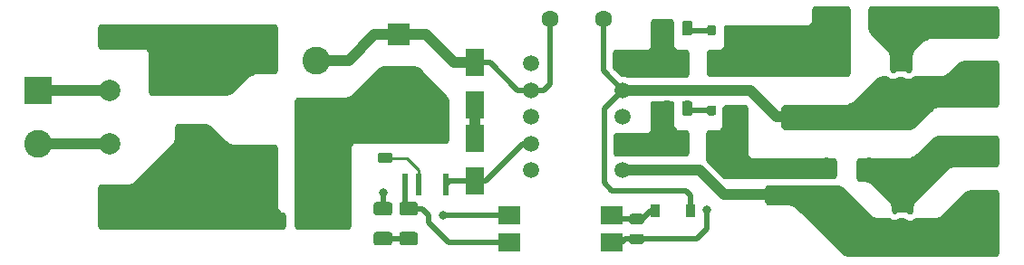
<source format=gbr>
%TF.GenerationSoftware,KiCad,Pcbnew,(5.1.6)-1*%
%TF.CreationDate,2021-01-14T17:27:39+01:00*%
%TF.ProjectId,pi_dual_output_pro_1,70695f64-7561-46c5-9f6f-75747075745f,rev?*%
%TF.SameCoordinates,Original*%
%TF.FileFunction,Copper,L1,Top*%
%TF.FilePolarity,Positive*%
%FSLAX46Y46*%
G04 Gerber Fmt 4.6, Leading zero omitted, Abs format (unit mm)*
G04 Created by KiCad (PCBNEW (5.1.6)-1) date 2021-01-14 17:27:39*
%MOMM*%
%LPD*%
G01*
G04 APERTURE LIST*
%TA.AperFunction,SMDPad,CuDef*%
%ADD10R,2.000000X1.780000*%
%TD*%
%TA.AperFunction,ComponentPad*%
%ADD11R,2.000000X2.000000*%
%TD*%
%TA.AperFunction,ComponentPad*%
%ADD12C,2.000000*%
%TD*%
%TA.AperFunction,ComponentPad*%
%ADD13C,1.500000*%
%TD*%
%TA.AperFunction,SMDPad,CuDef*%
%ADD14R,2.500000X2.300000*%
%TD*%
%TA.AperFunction,ComponentPad*%
%ADD15C,2.600000*%
%TD*%
%TA.AperFunction,ComponentPad*%
%ADD16R,2.600000X2.600000*%
%TD*%
%TA.AperFunction,SMDPad,CuDef*%
%ADD17R,0.900000X1.200000*%
%TD*%
%TA.AperFunction,SMDPad,CuDef*%
%ADD18R,1.800000X2.500000*%
%TD*%
%TA.AperFunction,ComponentPad*%
%ADD19C,1.600000*%
%TD*%
%TA.AperFunction,SMDPad,CuDef*%
%ADD20R,0.600000X2.000000*%
%TD*%
%TA.AperFunction,ComponentPad*%
%ADD21R,1.600000X1.600000*%
%TD*%
%TA.AperFunction,ViaPad*%
%ADD22C,0.800000*%
%TD*%
%TA.AperFunction,Conductor*%
%ADD23C,0.250000*%
%TD*%
%TA.AperFunction,Conductor*%
%ADD24C,0.500000*%
%TD*%
%TA.AperFunction,Conductor*%
%ADD25C,1.000000*%
%TD*%
%TA.AperFunction,Conductor*%
%ADD26C,0.254000*%
%TD*%
G04 APERTURE END LIST*
%TO.P,R6,2*%
%TO.N,Net-(C5-Pad2)*%
%TA.AperFunction,SMDPad,CuDef*%
G36*
G01*
X168150000Y-139556250D02*
X168150000Y-138643750D01*
G75*
G02*
X168393750Y-138400000I243750J0D01*
G01*
X168881250Y-138400000D01*
G75*
G02*
X169125000Y-138643750I0J-243750D01*
G01*
X169125000Y-139556250D01*
G75*
G02*
X168881250Y-139800000I-243750J0D01*
G01*
X168393750Y-139800000D01*
G75*
G02*
X168150000Y-139556250I0J243750D01*
G01*
G37*
%TD.AperFunction*%
%TO.P,R6,1*%
%TO.N,Net-(D5-Pad2)*%
%TA.AperFunction,SMDPad,CuDef*%
G36*
G01*
X166275000Y-139556250D02*
X166275000Y-138643750D01*
G75*
G02*
X166518750Y-138400000I243750J0D01*
G01*
X167006250Y-138400000D01*
G75*
G02*
X167250000Y-138643750I0J-243750D01*
G01*
X167250000Y-139556250D01*
G75*
G02*
X167006250Y-139800000I-243750J0D01*
G01*
X166518750Y-139800000D01*
G75*
G02*
X166275000Y-139556250I0J243750D01*
G01*
G37*
%TD.AperFunction*%
%TD*%
D10*
%TO.P,U2,4*%
%TO.N,/EN_UV_pin*%
X152035000Y-151670000D03*
%TO.P,U2,2*%
%TO.N,Net-(D3-Pad1)*%
X161565000Y-149130000D03*
%TO.P,U2,3*%
%TO.N,Net-(C2-Pad2)*%
X152035000Y-149130000D03*
%TO.P,U2,1*%
%TO.N,Net-(C6-Pad1)*%
X161565000Y-151670000D03*
%TD*%
D11*
%TO.P,DB1,1*%
%TO.N,/hv_dc_+*%
X114700000Y-132400000D03*
D12*
%TO.P,DB1,2*%
%TO.N,Net-(DB1-Pad2)*%
X114700000Y-137400000D03*
%TO.P,DB1,3*%
%TO.N,Net-(DB1-Pad3)*%
X114700000Y-142400000D03*
%TO.P,DB1,4*%
%TO.N,/hv_dc_-*%
X114700000Y-147400000D03*
%TD*%
D13*
%TO.P,T1,10*%
%TO.N,Net-(D4-Pad2)*%
X162600000Y-134900000D03*
%TO.P,T1,9*%
%TO.N,Net-(C10-Pad2)*%
X162600000Y-137400000D03*
%TO.P,T1,8*%
%TO.N,N/C*%
X162600000Y-139900000D03*
%TO.P,T1,7*%
%TO.N,Net-(D5-Pad2)*%
X162600000Y-142400000D03*
%TO.P,T1,6*%
%TO.N,Net-(C7-Pad2)*%
X162600000Y-144900000D03*
%TO.P,T1,5*%
%TO.N,N/C*%
X154000000Y-144900000D03*
%TO.P,T1,4*%
%TO.N,Net-(D2-Pad2)*%
X154000000Y-142400000D03*
%TO.P,T1,3*%
%TO.N,N/C*%
X154000000Y-139900000D03*
%TO.P,T1,2*%
%TO.N,Net-(C2-Pad1)*%
X154000000Y-137400000D03*
%TO.P,T1,1*%
%TO.N,N/C*%
X154000000Y-134900000D03*
%TD*%
D14*
%TO.P,D4,2*%
%TO.N,Net-(D4-Pad2)*%
X167450000Y-134900000D03*
%TO.P,D4,1*%
%TO.N,Net-(C6-Pad1)*%
X171750000Y-134900000D03*
%TD*%
D12*
%TO.P,C8,2*%
%TO.N,Net-(C10-Pad2)*%
X178600000Y-139900000D03*
D11*
%TO.P,C8,1*%
%TO.N,Net-(C6-Pad1)*%
X178600000Y-134900000D03*
%TD*%
D15*
%TO.P,J3,2*%
%TO.N,Net-(C10-Pad1)*%
X196250000Y-131100000D03*
D16*
%TO.P,J3,1*%
%TO.N,Net-(C10-Pad2)*%
X196250000Y-136100000D03*
%TD*%
D15*
%TO.P,J2,2*%
%TO.N,Net-(C9-Pad1)*%
X196250000Y-143100000D03*
D16*
%TO.P,J2,1*%
%TO.N,Net-(C7-Pad2)*%
X196250000Y-148100000D03*
%TD*%
D15*
%TO.P,J1,2*%
%TO.N,Net-(DB1-Pad3)*%
X108000000Y-142400000D03*
D16*
%TO.P,J1,1*%
%TO.N,Net-(DB1-Pad2)*%
X108000000Y-137400000D03*
%TD*%
D17*
%TO.P,D3,2*%
%TO.N,Net-(C10-Pad2)*%
X168950000Y-148700000D03*
%TO.P,D3,1*%
%TO.N,Net-(D3-Pad1)*%
X165650000Y-148700000D03*
%TD*%
D14*
%TO.P,D5,2*%
%TO.N,Net-(D5-Pad2)*%
X167450000Y-142400000D03*
%TO.P,D5,1*%
%TO.N,Net-(C5-Pad1)*%
X171750000Y-142400000D03*
%TD*%
D18*
%TO.P,D2,2*%
%TO.N,Net-(D2-Pad2)*%
X148800000Y-145900000D03*
%TO.P,D2,1*%
%TO.N,Net-(D1-Pad2)*%
X148800000Y-141900000D03*
%TD*%
%TO.P,R4,2*%
%TO.N,Net-(R3-Pad1)*%
%TA.AperFunction,SMDPad,CuDef*%
G36*
G01*
X141975000Y-150675000D02*
X143225000Y-150675000D01*
G75*
G02*
X143475000Y-150925000I0J-250000D01*
G01*
X143475000Y-151675000D01*
G75*
G02*
X143225000Y-151925000I-250000J0D01*
G01*
X141975000Y-151925000D01*
G75*
G02*
X141725000Y-151675000I0J250000D01*
G01*
X141725000Y-150925000D01*
G75*
G02*
X141975000Y-150675000I250000J0D01*
G01*
G37*
%TD.AperFunction*%
%TO.P,R4,1*%
%TO.N,/EN_UV_pin*%
%TA.AperFunction,SMDPad,CuDef*%
G36*
G01*
X141975000Y-147875000D02*
X143225000Y-147875000D01*
G75*
G02*
X143475000Y-148125000I0J-250000D01*
G01*
X143475000Y-148875000D01*
G75*
G02*
X143225000Y-149125000I-250000J0D01*
G01*
X141975000Y-149125000D01*
G75*
G02*
X141725000Y-148875000I0J250000D01*
G01*
X141725000Y-148125000D01*
G75*
G02*
X141975000Y-147875000I250000J0D01*
G01*
G37*
%TD.AperFunction*%
%TD*%
%TO.P,R3,2*%
%TO.N,Net-(C2-Pad1)*%
%TA.AperFunction,SMDPad,CuDef*%
G36*
G01*
X140825000Y-149125000D02*
X139575000Y-149125000D01*
G75*
G02*
X139325000Y-148875000I0J250000D01*
G01*
X139325000Y-148125000D01*
G75*
G02*
X139575000Y-147875000I250000J0D01*
G01*
X140825000Y-147875000D01*
G75*
G02*
X141075000Y-148125000I0J-250000D01*
G01*
X141075000Y-148875000D01*
G75*
G02*
X140825000Y-149125000I-250000J0D01*
G01*
G37*
%TD.AperFunction*%
%TO.P,R3,1*%
%TO.N,Net-(R3-Pad1)*%
%TA.AperFunction,SMDPad,CuDef*%
G36*
G01*
X140825000Y-151925000D02*
X139575000Y-151925000D01*
G75*
G02*
X139325000Y-151675000I0J250000D01*
G01*
X139325000Y-150925000D01*
G75*
G02*
X139575000Y-150675000I250000J0D01*
G01*
X140825000Y-150675000D01*
G75*
G02*
X141075000Y-150925000I0J-250000D01*
G01*
X141075000Y-151675000D01*
G75*
G02*
X140825000Y-151925000I-250000J0D01*
G01*
G37*
%TD.AperFunction*%
%TD*%
%TO.P,R7,2*%
%TO.N,Net-(C6-Pad2)*%
%TA.AperFunction,SMDPad,CuDef*%
G36*
G01*
X168150000Y-132056250D02*
X168150000Y-131143750D01*
G75*
G02*
X168393750Y-130900000I243750J0D01*
G01*
X168881250Y-130900000D01*
G75*
G02*
X169125000Y-131143750I0J-243750D01*
G01*
X169125000Y-132056250D01*
G75*
G02*
X168881250Y-132300000I-243750J0D01*
G01*
X168393750Y-132300000D01*
G75*
G02*
X168150000Y-132056250I0J243750D01*
G01*
G37*
%TD.AperFunction*%
%TO.P,R7,1*%
%TO.N,Net-(D4-Pad2)*%
%TA.AperFunction,SMDPad,CuDef*%
G36*
G01*
X166275000Y-132056250D02*
X166275000Y-131143750D01*
G75*
G02*
X166518750Y-130900000I243750J0D01*
G01*
X167006250Y-130900000D01*
G75*
G02*
X167250000Y-131143750I0J-243750D01*
G01*
X167250000Y-132056250D01*
G75*
G02*
X167006250Y-132300000I-243750J0D01*
G01*
X166518750Y-132300000D01*
G75*
G02*
X166275000Y-132056250I0J243750D01*
G01*
G37*
%TD.AperFunction*%
%TD*%
%TO.P,R5,2*%
%TO.N,Net-(D3-Pad1)*%
%TA.AperFunction,SMDPad,CuDef*%
G36*
G01*
X164356250Y-149950000D02*
X163443750Y-149950000D01*
G75*
G02*
X163200000Y-149706250I0J243750D01*
G01*
X163200000Y-149218750D01*
G75*
G02*
X163443750Y-148975000I243750J0D01*
G01*
X164356250Y-148975000D01*
G75*
G02*
X164600000Y-149218750I0J-243750D01*
G01*
X164600000Y-149706250D01*
G75*
G02*
X164356250Y-149950000I-243750J0D01*
G01*
G37*
%TD.AperFunction*%
%TO.P,R5,1*%
%TO.N,Net-(C6-Pad1)*%
%TA.AperFunction,SMDPad,CuDef*%
G36*
G01*
X164356250Y-151825000D02*
X163443750Y-151825000D01*
G75*
G02*
X163200000Y-151581250I0J243750D01*
G01*
X163200000Y-151093750D01*
G75*
G02*
X163443750Y-150850000I243750J0D01*
G01*
X164356250Y-150850000D01*
G75*
G02*
X164600000Y-151093750I0J-243750D01*
G01*
X164600000Y-151581250D01*
G75*
G02*
X164356250Y-151825000I-243750J0D01*
G01*
G37*
%TD.AperFunction*%
%TD*%
%TO.P,R2,2*%
%TO.N,/hv_dc_-*%
%TA.AperFunction,SMDPad,CuDef*%
G36*
G01*
X131050000Y-149143750D02*
X131050000Y-150056250D01*
G75*
G02*
X130806250Y-150300000I-243750J0D01*
G01*
X130318750Y-150300000D01*
G75*
G02*
X130075000Y-150056250I0J243750D01*
G01*
X130075000Y-149143750D01*
G75*
G02*
X130318750Y-148900000I243750J0D01*
G01*
X130806250Y-148900000D01*
G75*
G02*
X131050000Y-149143750I0J-243750D01*
G01*
G37*
%TD.AperFunction*%
%TO.P,R2,1*%
%TO.N,Net-(C2-Pad2)*%
%TA.AperFunction,SMDPad,CuDef*%
G36*
G01*
X132925000Y-149143750D02*
X132925000Y-150056250D01*
G75*
G02*
X132681250Y-150300000I-243750J0D01*
G01*
X132193750Y-150300000D01*
G75*
G02*
X131950000Y-150056250I0J243750D01*
G01*
X131950000Y-149143750D01*
G75*
G02*
X132193750Y-148900000I243750J0D01*
G01*
X132681250Y-148900000D01*
G75*
G02*
X132925000Y-149143750I0J-243750D01*
G01*
G37*
%TD.AperFunction*%
%TD*%
D12*
%TO.P,L4,2*%
%TO.N,Net-(C10-Pad1)*%
X186700000Y-130700000D03*
%TO.P,L4,1*%
%TO.N,Net-(C6-Pad1)*%
X182700000Y-130700000D03*
%TD*%
%TO.P,L3,2*%
%TO.N,Net-(C9-Pad1)*%
X185600000Y-144700000D03*
%TO.P,L3,1*%
%TO.N,Net-(C5-Pad1)*%
X181600000Y-144700000D03*
%TD*%
D19*
%TO.P,C4,2*%
%TO.N,Net-(C2-Pad1)*%
X155800000Y-130700000D03*
%TO.P,C4,1*%
%TO.N,Net-(C10-Pad2)*%
X160800000Y-130700000D03*
%TD*%
D18*
%TO.P,D1,2*%
%TO.N,Net-(D1-Pad2)*%
X148800000Y-138800000D03*
%TO.P,D1,1*%
%TO.N,Net-(C2-Pad1)*%
X148800000Y-134800000D03*
%TD*%
D20*
%TO.P,U1,8*%
%TO.N,Net-(C2-Pad2)*%
X142295000Y-141350000D03*
%TO.P,U1,7*%
X143565000Y-141350000D03*
%TO.P,U1,6*%
X144835000Y-141350000D03*
%TO.P,U1,5*%
X146105000Y-141350000D03*
%TO.P,U1,4*%
%TO.N,Net-(D2-Pad2)*%
X146105000Y-146250000D03*
%TO.P,U1,2*%
%TO.N,/BP_CAP*%
X143565000Y-146250000D03*
%TO.P,U1,1*%
%TO.N,/EN_UV_pin*%
X142295000Y-146250000D03*
%TD*%
D15*
%TO.P,L2,2*%
%TO.N,Net-(C2-Pad2)*%
X134000000Y-143900000D03*
%TO.P,L2,1*%
%TO.N,/hv_dc_-*%
X129000000Y-143900000D03*
%TD*%
%TO.P,L1,2*%
%TO.N,Net-(C2-Pad1)*%
X134000000Y-134600000D03*
%TO.P,L1,1*%
%TO.N,/hv_dc_+*%
X129000000Y-134600000D03*
%TD*%
D19*
%TO.P,C10,2*%
%TO.N,Net-(C10-Pad2)*%
X188600000Y-136900000D03*
D21*
%TO.P,C10,1*%
%TO.N,Net-(C10-Pad1)*%
X188600000Y-134900000D03*
%TD*%
D19*
%TO.P,C9,2*%
%TO.N,Net-(C7-Pad2)*%
X188700000Y-150100000D03*
D21*
%TO.P,C9,1*%
%TO.N,Net-(C9-Pad1)*%
X188700000Y-148100000D03*
%TD*%
D19*
%TO.P,C7,2*%
%TO.N,Net-(C7-Pad2)*%
X176700000Y-147200000D03*
D21*
%TO.P,C7,1*%
%TO.N,Net-(C5-Pad1)*%
X176700000Y-144700000D03*
%TD*%
%TO.P,C6,2*%
%TO.N,Net-(C6-Pad2)*%
%TA.AperFunction,SMDPad,CuDef*%
G36*
G01*
X171350000Y-131543750D02*
X171350000Y-132056250D01*
G75*
G02*
X171131250Y-132275000I-218750J0D01*
G01*
X170693750Y-132275000D01*
G75*
G02*
X170475000Y-132056250I0J218750D01*
G01*
X170475000Y-131543750D01*
G75*
G02*
X170693750Y-131325000I218750J0D01*
G01*
X171131250Y-131325000D01*
G75*
G02*
X171350000Y-131543750I0J-218750D01*
G01*
G37*
%TD.AperFunction*%
%TO.P,C6,1*%
%TO.N,Net-(C6-Pad1)*%
%TA.AperFunction,SMDPad,CuDef*%
G36*
G01*
X172925000Y-131543750D02*
X172925000Y-132056250D01*
G75*
G02*
X172706250Y-132275000I-218750J0D01*
G01*
X172268750Y-132275000D01*
G75*
G02*
X172050000Y-132056250I0J218750D01*
G01*
X172050000Y-131543750D01*
G75*
G02*
X172268750Y-131325000I218750J0D01*
G01*
X172706250Y-131325000D01*
G75*
G02*
X172925000Y-131543750I0J-218750D01*
G01*
G37*
%TD.AperFunction*%
%TD*%
%TO.P,C5,2*%
%TO.N,Net-(C5-Pad2)*%
%TA.AperFunction,SMDPad,CuDef*%
G36*
G01*
X171350000Y-139043750D02*
X171350000Y-139556250D01*
G75*
G02*
X171131250Y-139775000I-218750J0D01*
G01*
X170693750Y-139775000D01*
G75*
G02*
X170475000Y-139556250I0J218750D01*
G01*
X170475000Y-139043750D01*
G75*
G02*
X170693750Y-138825000I218750J0D01*
G01*
X171131250Y-138825000D01*
G75*
G02*
X171350000Y-139043750I0J-218750D01*
G01*
G37*
%TD.AperFunction*%
%TO.P,C5,1*%
%TO.N,Net-(C5-Pad1)*%
%TA.AperFunction,SMDPad,CuDef*%
G36*
G01*
X172925000Y-139043750D02*
X172925000Y-139556250D01*
G75*
G02*
X172706250Y-139775000I-218750J0D01*
G01*
X172268750Y-139775000D01*
G75*
G02*
X172050000Y-139556250I0J218750D01*
G01*
X172050000Y-139043750D01*
G75*
G02*
X172268750Y-138825000I218750J0D01*
G01*
X172706250Y-138825000D01*
G75*
G02*
X172925000Y-139043750I0J-218750D01*
G01*
G37*
%TD.AperFunction*%
%TD*%
%TO.P,C3,2*%
%TO.N,Net-(C2-Pad2)*%
%TA.AperFunction,SMDPad,CuDef*%
G36*
G01*
X140856250Y-142350000D02*
X139943750Y-142350000D01*
G75*
G02*
X139700000Y-142106250I0J243750D01*
G01*
X139700000Y-141618750D01*
G75*
G02*
X139943750Y-141375000I243750J0D01*
G01*
X140856250Y-141375000D01*
G75*
G02*
X141100000Y-141618750I0J-243750D01*
G01*
X141100000Y-142106250D01*
G75*
G02*
X140856250Y-142350000I-243750J0D01*
G01*
G37*
%TD.AperFunction*%
%TO.P,C3,1*%
%TO.N,/BP_CAP*%
%TA.AperFunction,SMDPad,CuDef*%
G36*
G01*
X140856250Y-144225000D02*
X139943750Y-144225000D01*
G75*
G02*
X139700000Y-143981250I0J243750D01*
G01*
X139700000Y-143493750D01*
G75*
G02*
X139943750Y-143250000I243750J0D01*
G01*
X140856250Y-143250000D01*
G75*
G02*
X141100000Y-143493750I0J-243750D01*
G01*
X141100000Y-143981250D01*
G75*
G02*
X140856250Y-144225000I-243750J0D01*
G01*
G37*
%TD.AperFunction*%
%TD*%
D12*
%TO.P,C2,2*%
%TO.N,Net-(C2-Pad2)*%
X141700000Y-137200000D03*
D11*
%TO.P,C2,1*%
%TO.N,Net-(C2-Pad1)*%
X141700000Y-132200000D03*
%TD*%
D12*
%TO.P,C1,2*%
%TO.N,/hv_dc_-*%
X122300000Y-141700000D03*
D11*
%TO.P,C1,1*%
%TO.N,/hv_dc_+*%
X122300000Y-136700000D03*
%TD*%
D22*
%TO.N,Net-(C2-Pad2)*%
X145800000Y-149100000D03*
%TO.N,Net-(C2-Pad1)*%
X140200000Y-147000000D03*
%TO.N,Net-(C6-Pad1)*%
X170500000Y-148600000D03*
%TD*%
D23*
%TO.N,Net-(C2-Pad2)*%
X145830000Y-149130000D02*
X145800000Y-149100000D01*
D24*
X152005000Y-149100000D02*
X145800000Y-149100000D01*
X152035000Y-149130000D02*
X152005000Y-149100000D01*
%TO.N,Net-(C2-Pad1)*%
X154000000Y-137400000D02*
X152800000Y-137400000D01*
X150200000Y-134800000D02*
X148800000Y-134800000D01*
X152800000Y-137400000D02*
X150200000Y-134800000D01*
D25*
X148800000Y-134800000D02*
X146800000Y-134800000D01*
X144200000Y-132200000D02*
X141700000Y-132200000D01*
X146800000Y-134800000D02*
X144200000Y-132200000D01*
X141700000Y-132200000D02*
X139400000Y-132200000D01*
X137000000Y-134600000D02*
X134000000Y-134600000D01*
X139400000Y-132200000D02*
X137000000Y-134600000D01*
D24*
X155800000Y-130700000D02*
X155800000Y-136800000D01*
X155200000Y-137400000D02*
X154000000Y-137400000D01*
X155800000Y-136800000D02*
X155200000Y-137400000D01*
X140200000Y-148500000D02*
X140200000Y-147000000D01*
%TO.N,Net-(C5-Pad2)*%
X168837500Y-139300000D02*
X170912500Y-139300000D01*
X168637500Y-139100000D02*
X168837500Y-139300000D01*
%TO.N,Net-(C6-Pad2)*%
X168837500Y-131800000D02*
X170912500Y-131800000D01*
X168637500Y-131600000D02*
X168837500Y-131800000D01*
%TO.N,Net-(C6-Pad1)*%
X161565000Y-151670000D02*
X162530000Y-151670000D01*
X162862500Y-151337500D02*
X163900000Y-151337500D01*
X162530000Y-151670000D02*
X162862500Y-151337500D01*
X163900000Y-151337500D02*
X169562500Y-151337500D01*
X169562500Y-151337500D02*
X170500000Y-150400000D01*
X170500000Y-150400000D02*
X170500000Y-148600000D01*
D25*
%TO.N,Net-(C7-Pad2)*%
X162600000Y-144900000D02*
X169800000Y-144900000D01*
X172100000Y-147200000D02*
X176700000Y-147200000D01*
X169800000Y-144900000D02*
X172100000Y-147200000D01*
D24*
%TO.N,Net-(C10-Pad2)*%
X160800000Y-135600000D02*
X162600000Y-137400000D01*
X160800000Y-130700000D02*
X160800000Y-135600000D01*
D25*
X162600000Y-137400000D02*
X174500000Y-137400000D01*
X177000000Y-139900000D02*
X178600000Y-139900000D01*
X174500000Y-137400000D02*
X177000000Y-139900000D01*
D24*
X168950000Y-148700000D02*
X168950000Y-147250000D01*
X168950000Y-147250000D02*
X168500000Y-146800000D01*
X168500000Y-146800000D02*
X161600000Y-146800000D01*
X161600000Y-146800000D02*
X160900000Y-146100000D01*
X160900000Y-139100000D02*
X162600000Y-137400000D01*
X160900000Y-146100000D02*
X160900000Y-139100000D01*
%TO.N,Net-(D2-Pad2)*%
X154000000Y-142400000D02*
X153300000Y-142400000D01*
X149800000Y-145900000D02*
X148800000Y-145900000D01*
X153300000Y-142400000D02*
X149800000Y-145900000D01*
X146455000Y-145900000D02*
X146105000Y-146250000D01*
X148800000Y-145900000D02*
X146455000Y-145900000D01*
%TO.N,Net-(D3-Pad1)*%
X161565000Y-149130000D02*
X161670000Y-149130000D01*
X161897500Y-149462500D02*
X163900000Y-149462500D01*
X161565000Y-149130000D02*
X161897500Y-149462500D01*
X163900000Y-149462500D02*
X164437500Y-149462500D01*
X165200000Y-148700000D02*
X165650000Y-148700000D01*
X164437500Y-149462500D02*
X165200000Y-148700000D01*
D25*
%TO.N,Net-(DB1-Pad2)*%
X108000000Y-137400000D02*
X114700000Y-137400000D01*
%TO.N,Net-(D1-Pad2)*%
X148800000Y-138800000D02*
X148800000Y-141900000D01*
D24*
%TO.N,Net-(R3-Pad1)*%
X140200000Y-151300000D02*
X142600000Y-151300000D01*
D23*
%TO.N,/BP_CAP*%
X140400000Y-143737500D02*
X142437500Y-143737500D01*
X143565000Y-144865000D02*
X143565000Y-146250000D01*
X142437500Y-143737500D02*
X143565000Y-144865000D01*
D24*
%TO.N,/EN_UV_pin*%
X142295000Y-148195000D02*
X142600000Y-148500000D01*
X142295000Y-146250000D02*
X142295000Y-148195000D01*
X143900000Y-148500000D02*
X142600000Y-148500000D01*
X144500000Y-149100000D02*
X143900000Y-148500000D01*
X144500000Y-149100000D02*
X144500000Y-149800000D01*
X146370000Y-151670000D02*
X152035000Y-151670000D01*
X144500000Y-149800000D02*
X146370000Y-151670000D01*
D25*
%TO.N,Net-(DB1-Pad3)*%
X114700000Y-142400000D02*
X108000000Y-142400000D01*
%TD*%
D26*
%TO.N,Net-(C2-Pad2)*%
G36*
X143504836Y-135384442D02*
G01*
X146115558Y-137995164D01*
X146273000Y-138375263D01*
X146273000Y-142097394D01*
X146097394Y-142273000D01*
X137450000Y-142273000D01*
X137425224Y-142275440D01*
X137401399Y-142282667D01*
X137379443Y-142294403D01*
X137360197Y-142310197D01*
X137110197Y-142560197D01*
X137094403Y-142579443D01*
X137082667Y-142601399D01*
X137075440Y-142625224D01*
X137073000Y-142650000D01*
X137073000Y-150097394D01*
X136897394Y-150273000D01*
X132202606Y-150273000D01*
X132027000Y-150097394D01*
X132027000Y-138402606D01*
X132202606Y-138227000D01*
X136750000Y-138227000D01*
X136774776Y-138224560D01*
X136798601Y-138217333D01*
X137225378Y-138040556D01*
X137247334Y-138028820D01*
X137266580Y-138013026D01*
X139895164Y-135384442D01*
X140275263Y-135227000D01*
X143124737Y-135227000D01*
X143504836Y-135384442D01*
G37*
X143504836Y-135384442D02*
X146115558Y-137995164D01*
X146273000Y-138375263D01*
X146273000Y-142097394D01*
X146097394Y-142273000D01*
X137450000Y-142273000D01*
X137425224Y-142275440D01*
X137401399Y-142282667D01*
X137379443Y-142294403D01*
X137360197Y-142310197D01*
X137110197Y-142560197D01*
X137094403Y-142579443D01*
X137082667Y-142601399D01*
X137075440Y-142625224D01*
X137073000Y-142650000D01*
X137073000Y-150097394D01*
X136897394Y-150273000D01*
X132202606Y-150273000D01*
X132027000Y-150097394D01*
X132027000Y-138402606D01*
X132202606Y-138227000D01*
X136750000Y-138227000D01*
X136774776Y-138224560D01*
X136798601Y-138217333D01*
X137225378Y-138040556D01*
X137247334Y-138028820D01*
X137266580Y-138013026D01*
X139895164Y-135384442D01*
X140275263Y-135227000D01*
X143124737Y-135227000D01*
X143504836Y-135384442D01*
%TO.N,/hv_dc_-*%
G36*
X124004836Y-140784442D02*
G01*
X125633420Y-142413026D01*
X125652666Y-142428820D01*
X125674622Y-142440556D01*
X126101399Y-142617333D01*
X126125223Y-142624560D01*
X126150000Y-142627000D01*
X130097394Y-142627000D01*
X130273000Y-142802606D01*
X130273000Y-148550000D01*
X130275440Y-148574776D01*
X130282667Y-148598601D01*
X130294403Y-148620557D01*
X130310197Y-148639803D01*
X130560197Y-148889803D01*
X130579443Y-148905597D01*
X130601399Y-148917333D01*
X130625224Y-148924560D01*
X130650000Y-148927000D01*
X130797394Y-148927000D01*
X130973000Y-149102606D01*
X130973000Y-150097394D01*
X130797394Y-150273000D01*
X113802606Y-150273000D01*
X113627000Y-150097394D01*
X113627000Y-146502606D01*
X113802606Y-146327000D01*
X116450000Y-146327000D01*
X116474776Y-146324560D01*
X116498601Y-146317333D01*
X116925378Y-146140556D01*
X116947334Y-146128820D01*
X116966580Y-146113026D01*
X120613026Y-142466580D01*
X120628820Y-142447334D01*
X120640556Y-142425378D01*
X120817333Y-141998601D01*
X120824560Y-141974777D01*
X120827000Y-141950000D01*
X120827000Y-140802606D01*
X121002606Y-140627000D01*
X123624737Y-140627000D01*
X124004836Y-140784442D01*
G37*
X124004836Y-140784442D02*
X125633420Y-142413026D01*
X125652666Y-142428820D01*
X125674622Y-142440556D01*
X126101399Y-142617333D01*
X126125223Y-142624560D01*
X126150000Y-142627000D01*
X130097394Y-142627000D01*
X130273000Y-142802606D01*
X130273000Y-148550000D01*
X130275440Y-148574776D01*
X130282667Y-148598601D01*
X130294403Y-148620557D01*
X130310197Y-148639803D01*
X130560197Y-148889803D01*
X130579443Y-148905597D01*
X130601399Y-148917333D01*
X130625224Y-148924560D01*
X130650000Y-148927000D01*
X130797394Y-148927000D01*
X130973000Y-149102606D01*
X130973000Y-150097394D01*
X130797394Y-150273000D01*
X113802606Y-150273000D01*
X113627000Y-150097394D01*
X113627000Y-146502606D01*
X113802606Y-146327000D01*
X116450000Y-146327000D01*
X116474776Y-146324560D01*
X116498601Y-146317333D01*
X116925378Y-146140556D01*
X116947334Y-146128820D01*
X116966580Y-146113026D01*
X120613026Y-142466580D01*
X120628820Y-142447334D01*
X120640556Y-142425378D01*
X120817333Y-141998601D01*
X120824560Y-141974777D01*
X120827000Y-141950000D01*
X120827000Y-140802606D01*
X121002606Y-140627000D01*
X123624737Y-140627000D01*
X124004836Y-140784442D01*
%TO.N,/hv_dc_+*%
G36*
X130273000Y-131502606D02*
G01*
X130273000Y-135597394D01*
X130097394Y-135773000D01*
X128150000Y-135773000D01*
X128125224Y-135775440D01*
X128101399Y-135782667D01*
X127674622Y-135959444D01*
X127652666Y-135971180D01*
X127633420Y-135986974D01*
X126004836Y-137615558D01*
X125624737Y-137773000D01*
X118602606Y-137773000D01*
X118427000Y-137597394D01*
X118427000Y-133850000D01*
X118424560Y-133825224D01*
X118417333Y-133801399D01*
X118405597Y-133779443D01*
X118389803Y-133760197D01*
X118139803Y-133510197D01*
X118120557Y-133494403D01*
X118098601Y-133482667D01*
X118074776Y-133475440D01*
X118050000Y-133473000D01*
X113802606Y-133473000D01*
X113627000Y-133297394D01*
X113627000Y-131502606D01*
X113802606Y-131327000D01*
X130097394Y-131327000D01*
X130273000Y-131502606D01*
G37*
X130273000Y-131502606D02*
X130273000Y-135597394D01*
X130097394Y-135773000D01*
X128150000Y-135773000D01*
X128125224Y-135775440D01*
X128101399Y-135782667D01*
X127674622Y-135959444D01*
X127652666Y-135971180D01*
X127633420Y-135986974D01*
X126004836Y-137615558D01*
X125624737Y-137773000D01*
X118602606Y-137773000D01*
X118427000Y-137597394D01*
X118427000Y-133850000D01*
X118424560Y-133825224D01*
X118417333Y-133801399D01*
X118405597Y-133779443D01*
X118389803Y-133760197D01*
X118139803Y-133510197D01*
X118120557Y-133494403D01*
X118098601Y-133482667D01*
X118074776Y-133475440D01*
X118050000Y-133473000D01*
X113802606Y-133473000D01*
X113627000Y-133297394D01*
X113627000Y-131502606D01*
X113802606Y-131327000D01*
X130097394Y-131327000D01*
X130273000Y-131502606D01*
%TO.N,Net-(C6-Pad1)*%
G36*
X183773000Y-129802606D02*
G01*
X183773000Y-135797394D01*
X183597394Y-135973000D01*
X170702606Y-135973000D01*
X170527000Y-135797394D01*
X170527000Y-133902606D01*
X170702606Y-133727000D01*
X171750000Y-133727000D01*
X171774776Y-133724560D01*
X171798601Y-133717333D01*
X171820557Y-133705597D01*
X171839803Y-133689803D01*
X172089803Y-133439803D01*
X172105597Y-133420557D01*
X172117333Y-133398601D01*
X172124560Y-133374776D01*
X172127000Y-133350000D01*
X172127000Y-131602606D01*
X172302606Y-131427000D01*
X179950000Y-131427000D01*
X179974776Y-131424560D01*
X179998601Y-131417333D01*
X180020557Y-131405597D01*
X180039803Y-131389803D01*
X180289803Y-131139803D01*
X180305597Y-131120557D01*
X180317333Y-131098601D01*
X180324560Y-131074776D01*
X180327000Y-131050000D01*
X180327000Y-129802606D01*
X180502606Y-129627000D01*
X183597394Y-129627000D01*
X183773000Y-129802606D01*
G37*
X183773000Y-129802606D02*
X183773000Y-135797394D01*
X183597394Y-135973000D01*
X170702606Y-135973000D01*
X170527000Y-135797394D01*
X170527000Y-133902606D01*
X170702606Y-133727000D01*
X171750000Y-133727000D01*
X171774776Y-133724560D01*
X171798601Y-133717333D01*
X171820557Y-133705597D01*
X171839803Y-133689803D01*
X172089803Y-133439803D01*
X172105597Y-133420557D01*
X172117333Y-133398601D01*
X172124560Y-133374776D01*
X172127000Y-133350000D01*
X172127000Y-131602606D01*
X172302606Y-131427000D01*
X179950000Y-131427000D01*
X179974776Y-131424560D01*
X179998601Y-131417333D01*
X180020557Y-131405597D01*
X180039803Y-131389803D01*
X180289803Y-131139803D01*
X180305597Y-131120557D01*
X180317333Y-131098601D01*
X180324560Y-131074776D01*
X180327000Y-131050000D01*
X180327000Y-129802606D01*
X180502606Y-129627000D01*
X183597394Y-129627000D01*
X183773000Y-129802606D01*
%TO.N,Net-(D4-Pad2)*%
G36*
X167273000Y-131002606D02*
G01*
X167273000Y-133350000D01*
X167275440Y-133374776D01*
X167282667Y-133398601D01*
X167294403Y-133420557D01*
X167310197Y-133439803D01*
X167560197Y-133689803D01*
X167579443Y-133705597D01*
X167601399Y-133717333D01*
X167625224Y-133724560D01*
X167650000Y-133727000D01*
X168497394Y-133727000D01*
X168673000Y-133902606D01*
X168673000Y-135897394D01*
X168497394Y-136073000D01*
X163015517Y-136073000D01*
X163003989Y-136068225D01*
X162736411Y-136015000D01*
X162466579Y-136015000D01*
X161727000Y-135275422D01*
X161727000Y-133902606D01*
X161902606Y-133727000D01*
X164950000Y-133727000D01*
X164974776Y-133724560D01*
X164998601Y-133717333D01*
X165020557Y-133705597D01*
X165039803Y-133689803D01*
X165289803Y-133439803D01*
X165305597Y-133420557D01*
X165317333Y-133398601D01*
X165324560Y-133374776D01*
X165327000Y-133350000D01*
X165327000Y-131002606D01*
X165502606Y-130827000D01*
X167097394Y-130827000D01*
X167273000Y-131002606D01*
G37*
X167273000Y-131002606D02*
X167273000Y-133350000D01*
X167275440Y-133374776D01*
X167282667Y-133398601D01*
X167294403Y-133420557D01*
X167310197Y-133439803D01*
X167560197Y-133689803D01*
X167579443Y-133705597D01*
X167601399Y-133717333D01*
X167625224Y-133724560D01*
X167650000Y-133727000D01*
X168497394Y-133727000D01*
X168673000Y-133902606D01*
X168673000Y-135897394D01*
X168497394Y-136073000D01*
X163015517Y-136073000D01*
X163003989Y-136068225D01*
X162736411Y-136015000D01*
X162466579Y-136015000D01*
X161727000Y-135275422D01*
X161727000Y-133902606D01*
X161902606Y-133727000D01*
X164950000Y-133727000D01*
X164974776Y-133724560D01*
X164998601Y-133717333D01*
X165020557Y-133705597D01*
X165039803Y-133689803D01*
X165289803Y-133439803D01*
X165305597Y-133420557D01*
X165317333Y-133398601D01*
X165324560Y-133374776D01*
X165327000Y-133350000D01*
X165327000Y-131002606D01*
X165502606Y-130827000D01*
X167097394Y-130827000D01*
X167273000Y-131002606D01*
%TO.N,Net-(D5-Pad2)*%
G36*
X167273000Y-140850000D02*
G01*
X167275440Y-140874776D01*
X167282667Y-140898601D01*
X167294403Y-140920557D01*
X167310197Y-140939803D01*
X167560197Y-141189803D01*
X167579443Y-141205597D01*
X167601399Y-141217333D01*
X167625224Y-141224560D01*
X167650000Y-141227000D01*
X168497394Y-141227000D01*
X168673000Y-141402606D01*
X168673000Y-143297394D01*
X168497394Y-143473000D01*
X161902606Y-143473000D01*
X161785000Y-143355394D01*
X161785000Y-141644606D01*
X161902606Y-141527000D01*
X164950000Y-141527000D01*
X164974776Y-141524560D01*
X164998601Y-141517333D01*
X165020557Y-141505597D01*
X165039803Y-141489803D01*
X165289803Y-141239803D01*
X165305597Y-141220557D01*
X165317333Y-141198601D01*
X165324560Y-141174776D01*
X165327000Y-141150000D01*
X165327000Y-138535000D01*
X167273000Y-138535000D01*
X167273000Y-140850000D01*
G37*
X167273000Y-140850000D02*
X167275440Y-140874776D01*
X167282667Y-140898601D01*
X167294403Y-140920557D01*
X167310197Y-140939803D01*
X167560197Y-141189803D01*
X167579443Y-141205597D01*
X167601399Y-141217333D01*
X167625224Y-141224560D01*
X167650000Y-141227000D01*
X168497394Y-141227000D01*
X168673000Y-141402606D01*
X168673000Y-143297394D01*
X168497394Y-143473000D01*
X161902606Y-143473000D01*
X161785000Y-143355394D01*
X161785000Y-141644606D01*
X161902606Y-141527000D01*
X164950000Y-141527000D01*
X164974776Y-141524560D01*
X164998601Y-141517333D01*
X165020557Y-141505597D01*
X165039803Y-141489803D01*
X165289803Y-141239803D01*
X165305597Y-141220557D01*
X165317333Y-141198601D01*
X165324560Y-141174776D01*
X165327000Y-141150000D01*
X165327000Y-138535000D01*
X167273000Y-138535000D01*
X167273000Y-140850000D01*
%TO.N,Net-(C5-Pad1)*%
G36*
X174173000Y-139002606D02*
G01*
X174173000Y-143450000D01*
X174175440Y-143474776D01*
X174182667Y-143498601D01*
X174194403Y-143520557D01*
X174210197Y-143539803D01*
X174460197Y-143789803D01*
X174479443Y-143805597D01*
X174501399Y-143817333D01*
X174525224Y-143824560D01*
X174550000Y-143827000D01*
X182297394Y-143827000D01*
X182473000Y-144002606D01*
X182473000Y-145397394D01*
X182297394Y-145573000D01*
X172078132Y-145573000D01*
X170641996Y-144136865D01*
X170606449Y-144093551D01*
X170433623Y-143951716D01*
X170427000Y-143948176D01*
X170427000Y-141402606D01*
X170602606Y-141227000D01*
X171650000Y-141227000D01*
X171674776Y-141224560D01*
X171698601Y-141217333D01*
X171720557Y-141205597D01*
X171739803Y-141189803D01*
X171989803Y-140939803D01*
X172005597Y-140920557D01*
X172017333Y-140898601D01*
X172024560Y-140874776D01*
X172027000Y-140850000D01*
X172027000Y-139002606D01*
X172202606Y-138827000D01*
X173997394Y-138827000D01*
X174173000Y-139002606D01*
G37*
X174173000Y-139002606D02*
X174173000Y-143450000D01*
X174175440Y-143474776D01*
X174182667Y-143498601D01*
X174194403Y-143520557D01*
X174210197Y-143539803D01*
X174460197Y-143789803D01*
X174479443Y-143805597D01*
X174501399Y-143817333D01*
X174525224Y-143824560D01*
X174550000Y-143827000D01*
X182297394Y-143827000D01*
X182473000Y-144002606D01*
X182473000Y-145397394D01*
X182297394Y-145573000D01*
X172078132Y-145573000D01*
X170641996Y-144136865D01*
X170606449Y-144093551D01*
X170433623Y-143951716D01*
X170427000Y-143948176D01*
X170427000Y-141402606D01*
X170602606Y-141227000D01*
X171650000Y-141227000D01*
X171674776Y-141224560D01*
X171698601Y-141217333D01*
X171720557Y-141205597D01*
X171739803Y-141189803D01*
X171989803Y-140939803D01*
X172005597Y-140920557D01*
X172017333Y-140898601D01*
X172024560Y-140874776D01*
X172027000Y-140850000D01*
X172027000Y-139002606D01*
X172202606Y-138827000D01*
X173997394Y-138827000D01*
X174173000Y-139002606D01*
%TO.N,Net-(C10-Pad1)*%
G36*
X197673000Y-129802606D02*
G01*
X197673000Y-132297394D01*
X197497394Y-132473000D01*
X191150000Y-132473000D01*
X191125224Y-132475440D01*
X191101399Y-132482667D01*
X190674622Y-132659444D01*
X190652666Y-132671180D01*
X190633420Y-132686974D01*
X189686974Y-133633420D01*
X189671180Y-133652666D01*
X189659444Y-133674622D01*
X189482667Y-134101399D01*
X189475440Y-134125223D01*
X189473000Y-134150000D01*
X189473000Y-135497394D01*
X189317101Y-135653293D01*
X189279727Y-135628320D01*
X189018574Y-135520147D01*
X188741335Y-135465000D01*
X188458665Y-135465000D01*
X188181426Y-135520147D01*
X187920273Y-135628320D01*
X187853405Y-135673000D01*
X187802606Y-135673000D01*
X187627000Y-135497394D01*
X187627000Y-134150000D01*
X187624560Y-134125224D01*
X187617333Y-134101399D01*
X187440556Y-133674622D01*
X187428820Y-133652666D01*
X187413026Y-133633420D01*
X185784442Y-132004836D01*
X185627000Y-131624737D01*
X185627000Y-129802606D01*
X185802606Y-129627000D01*
X197497394Y-129627000D01*
X197673000Y-129802606D01*
G37*
X197673000Y-129802606D02*
X197673000Y-132297394D01*
X197497394Y-132473000D01*
X191150000Y-132473000D01*
X191125224Y-132475440D01*
X191101399Y-132482667D01*
X190674622Y-132659444D01*
X190652666Y-132671180D01*
X190633420Y-132686974D01*
X189686974Y-133633420D01*
X189671180Y-133652666D01*
X189659444Y-133674622D01*
X189482667Y-134101399D01*
X189475440Y-134125223D01*
X189473000Y-134150000D01*
X189473000Y-135497394D01*
X189317101Y-135653293D01*
X189279727Y-135628320D01*
X189018574Y-135520147D01*
X188741335Y-135465000D01*
X188458665Y-135465000D01*
X188181426Y-135520147D01*
X187920273Y-135628320D01*
X187853405Y-135673000D01*
X187802606Y-135673000D01*
X187627000Y-135497394D01*
X187627000Y-134150000D01*
X187624560Y-134125224D01*
X187617333Y-134101399D01*
X187440556Y-133674622D01*
X187428820Y-133652666D01*
X187413026Y-133633420D01*
X185784442Y-132004836D01*
X185627000Y-131624737D01*
X185627000Y-129802606D01*
X185802606Y-129627000D01*
X197497394Y-129627000D01*
X197673000Y-129802606D01*
%TO.N,Net-(C10-Pad2)*%
G36*
X197673000Y-134902606D02*
G01*
X197673000Y-138697394D01*
X197497394Y-138873000D01*
X192050000Y-138873000D01*
X192025224Y-138875440D01*
X192001399Y-138882667D01*
X191574622Y-139059444D01*
X191552666Y-139071180D01*
X191533420Y-139086974D01*
X189804836Y-140815558D01*
X189424737Y-140973000D01*
X177702606Y-140973000D01*
X177527000Y-140797394D01*
X177527000Y-139002606D01*
X177702606Y-138827000D01*
X183650000Y-138827000D01*
X183674776Y-138824560D01*
X183698601Y-138817333D01*
X184125378Y-138640556D01*
X184147334Y-138628820D01*
X184166580Y-138613026D01*
X186495164Y-136284442D01*
X186875263Y-136127000D01*
X187178974Y-136127000D01*
X187300987Y-136249013D01*
X187397213Y-136327983D01*
X187506996Y-136386664D01*
X187626118Y-136422799D01*
X187750000Y-136435000D01*
X189350000Y-136435000D01*
X189473882Y-136422799D01*
X189593004Y-136386664D01*
X189702787Y-136327983D01*
X189799013Y-136249013D01*
X189921026Y-136127000D01*
X192550000Y-136127000D01*
X192574776Y-136124560D01*
X192598601Y-136117333D01*
X193025378Y-135940556D01*
X193047334Y-135928820D01*
X193066580Y-135913026D01*
X194095164Y-134884442D01*
X194475263Y-134727000D01*
X197497394Y-134727000D01*
X197673000Y-134902606D01*
G37*
X197673000Y-134902606D02*
X197673000Y-138697394D01*
X197497394Y-138873000D01*
X192050000Y-138873000D01*
X192025224Y-138875440D01*
X192001399Y-138882667D01*
X191574622Y-139059444D01*
X191552666Y-139071180D01*
X191533420Y-139086974D01*
X189804836Y-140815558D01*
X189424737Y-140973000D01*
X177702606Y-140973000D01*
X177527000Y-140797394D01*
X177527000Y-139002606D01*
X177702606Y-138827000D01*
X183650000Y-138827000D01*
X183674776Y-138824560D01*
X183698601Y-138817333D01*
X184125378Y-138640556D01*
X184147334Y-138628820D01*
X184166580Y-138613026D01*
X186495164Y-136284442D01*
X186875263Y-136127000D01*
X187178974Y-136127000D01*
X187300987Y-136249013D01*
X187397213Y-136327983D01*
X187506996Y-136386664D01*
X187626118Y-136422799D01*
X187750000Y-136435000D01*
X189350000Y-136435000D01*
X189473882Y-136422799D01*
X189593004Y-136386664D01*
X189702787Y-136327983D01*
X189799013Y-136249013D01*
X189921026Y-136127000D01*
X192550000Y-136127000D01*
X192574776Y-136124560D01*
X192598601Y-136117333D01*
X193025378Y-135940556D01*
X193047334Y-135928820D01*
X193066580Y-135913026D01*
X194095164Y-134884442D01*
X194475263Y-134727000D01*
X197497394Y-134727000D01*
X197673000Y-134902606D01*
%TO.N,Net-(C9-Pad1)*%
G36*
X197673000Y-141902606D02*
G01*
X197673000Y-144297394D01*
X197497394Y-144473000D01*
X193450000Y-144473000D01*
X193425224Y-144475440D01*
X193401399Y-144482667D01*
X192974622Y-144659444D01*
X192952666Y-144671180D01*
X192933420Y-144686974D01*
X189786974Y-147833420D01*
X189771180Y-147852666D01*
X189759444Y-147874622D01*
X189582667Y-148301399D01*
X189575440Y-148325223D01*
X189573000Y-148350000D01*
X189573000Y-148795527D01*
X189473006Y-148890647D01*
X189379727Y-148828320D01*
X189118574Y-148720147D01*
X188841335Y-148665000D01*
X188558665Y-148665000D01*
X188281426Y-148720147D01*
X188020273Y-148828320D01*
X187977176Y-148857117D01*
X187827000Y-148699244D01*
X187827000Y-148350000D01*
X187824560Y-148325224D01*
X187817333Y-148301399D01*
X187640556Y-147874622D01*
X187628820Y-147852666D01*
X187613026Y-147833420D01*
X185766580Y-145986974D01*
X185747334Y-145971180D01*
X185725378Y-145959444D01*
X185298601Y-145782667D01*
X185274777Y-145775440D01*
X185250000Y-145773000D01*
X184702606Y-145773000D01*
X184527000Y-145597394D01*
X184527000Y-144002606D01*
X184702606Y-143827000D01*
X189450000Y-143827000D01*
X189474776Y-143824560D01*
X189498601Y-143817333D01*
X189925378Y-143640556D01*
X189947334Y-143628820D01*
X189966580Y-143613026D01*
X191695164Y-141884442D01*
X192075263Y-141727000D01*
X197497394Y-141727000D01*
X197673000Y-141902606D01*
G37*
X197673000Y-141902606D02*
X197673000Y-144297394D01*
X197497394Y-144473000D01*
X193450000Y-144473000D01*
X193425224Y-144475440D01*
X193401399Y-144482667D01*
X192974622Y-144659444D01*
X192952666Y-144671180D01*
X192933420Y-144686974D01*
X189786974Y-147833420D01*
X189771180Y-147852666D01*
X189759444Y-147874622D01*
X189582667Y-148301399D01*
X189575440Y-148325223D01*
X189573000Y-148350000D01*
X189573000Y-148795527D01*
X189473006Y-148890647D01*
X189379727Y-148828320D01*
X189118574Y-148720147D01*
X188841335Y-148665000D01*
X188558665Y-148665000D01*
X188281426Y-148720147D01*
X188020273Y-148828320D01*
X187977176Y-148857117D01*
X187827000Y-148699244D01*
X187827000Y-148350000D01*
X187824560Y-148325224D01*
X187817333Y-148301399D01*
X187640556Y-147874622D01*
X187628820Y-147852666D01*
X187613026Y-147833420D01*
X185766580Y-145986974D01*
X185747334Y-145971180D01*
X185725378Y-145959444D01*
X185298601Y-145782667D01*
X185274777Y-145775440D01*
X185250000Y-145773000D01*
X184702606Y-145773000D01*
X184527000Y-145597394D01*
X184527000Y-144002606D01*
X184702606Y-143827000D01*
X189450000Y-143827000D01*
X189474776Y-143824560D01*
X189498601Y-143817333D01*
X189925378Y-143640556D01*
X189947334Y-143628820D01*
X189966580Y-143613026D01*
X191695164Y-141884442D01*
X192075263Y-141727000D01*
X197497394Y-141727000D01*
X197673000Y-141902606D01*
%TO.N,Net-(C7-Pad2)*%
G36*
X183104836Y-146584442D02*
G01*
X185733420Y-149213026D01*
X185752666Y-149228820D01*
X185774622Y-149240556D01*
X186201399Y-149417333D01*
X186225223Y-149424560D01*
X186250000Y-149427000D01*
X187467587Y-149427000D01*
X187489601Y-149450142D01*
X187570975Y-149522191D01*
X187677690Y-149586280D01*
X187794859Y-149628319D01*
X187917977Y-149646692D01*
X189418601Y-149721724D01*
X189558601Y-149713214D01*
X189678588Y-149680066D01*
X189789802Y-149624146D01*
X189887970Y-149547603D01*
X190014754Y-149427000D01*
X191950000Y-149427000D01*
X191974776Y-149424560D01*
X191998601Y-149417333D01*
X192425378Y-149240556D01*
X192447334Y-149228820D01*
X192466580Y-149213026D01*
X194695164Y-146984442D01*
X195075263Y-146827000D01*
X197497394Y-146827000D01*
X197673000Y-147002606D01*
X197673000Y-152697394D01*
X197497394Y-152873000D01*
X183674930Y-152873000D01*
X183292533Y-152716864D01*
X178667444Y-148184277D01*
X178648040Y-148168678D01*
X178626561Y-148157405D01*
X178198008Y-147982423D01*
X178174147Y-147975317D01*
X178150000Y-147973000D01*
X176102606Y-147973000D01*
X175927000Y-147797394D01*
X175927000Y-146602606D01*
X176102606Y-146427000D01*
X182724737Y-146427000D01*
X183104836Y-146584442D01*
G37*
X183104836Y-146584442D02*
X185733420Y-149213026D01*
X185752666Y-149228820D01*
X185774622Y-149240556D01*
X186201399Y-149417333D01*
X186225223Y-149424560D01*
X186250000Y-149427000D01*
X187467587Y-149427000D01*
X187489601Y-149450142D01*
X187570975Y-149522191D01*
X187677690Y-149586280D01*
X187794859Y-149628319D01*
X187917977Y-149646692D01*
X189418601Y-149721724D01*
X189558601Y-149713214D01*
X189678588Y-149680066D01*
X189789802Y-149624146D01*
X189887970Y-149547603D01*
X190014754Y-149427000D01*
X191950000Y-149427000D01*
X191974776Y-149424560D01*
X191998601Y-149417333D01*
X192425378Y-149240556D01*
X192447334Y-149228820D01*
X192466580Y-149213026D01*
X194695164Y-146984442D01*
X195075263Y-146827000D01*
X197497394Y-146827000D01*
X197673000Y-147002606D01*
X197673000Y-152697394D01*
X197497394Y-152873000D01*
X183674930Y-152873000D01*
X183292533Y-152716864D01*
X178667444Y-148184277D01*
X178648040Y-148168678D01*
X178626561Y-148157405D01*
X178198008Y-147982423D01*
X178174147Y-147975317D01*
X178150000Y-147973000D01*
X176102606Y-147973000D01*
X175927000Y-147797394D01*
X175927000Y-146602606D01*
X176102606Y-146427000D01*
X182724737Y-146427000D01*
X183104836Y-146584442D01*
%TD*%
M02*

</source>
